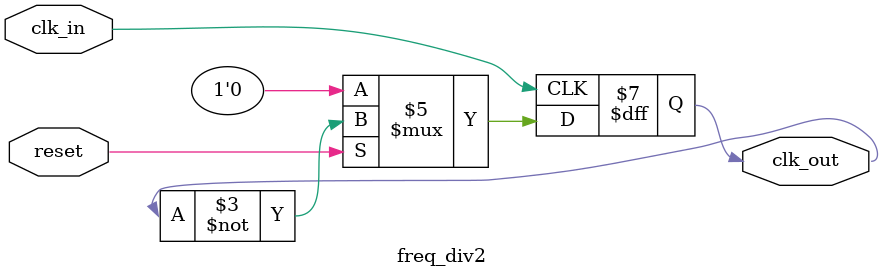
<source format=v>

`timescale 1ns/100ps

module freq_div2(output reg clk_out,
                 input clk_in,
                 input reset );
  always @( posedge clk_in)   //?????????
  begin
    if (!reset) clk_out <= 0; //??????????????
    else clk_out <= ~clk_out; //????????
  end

endmodule
</source>
